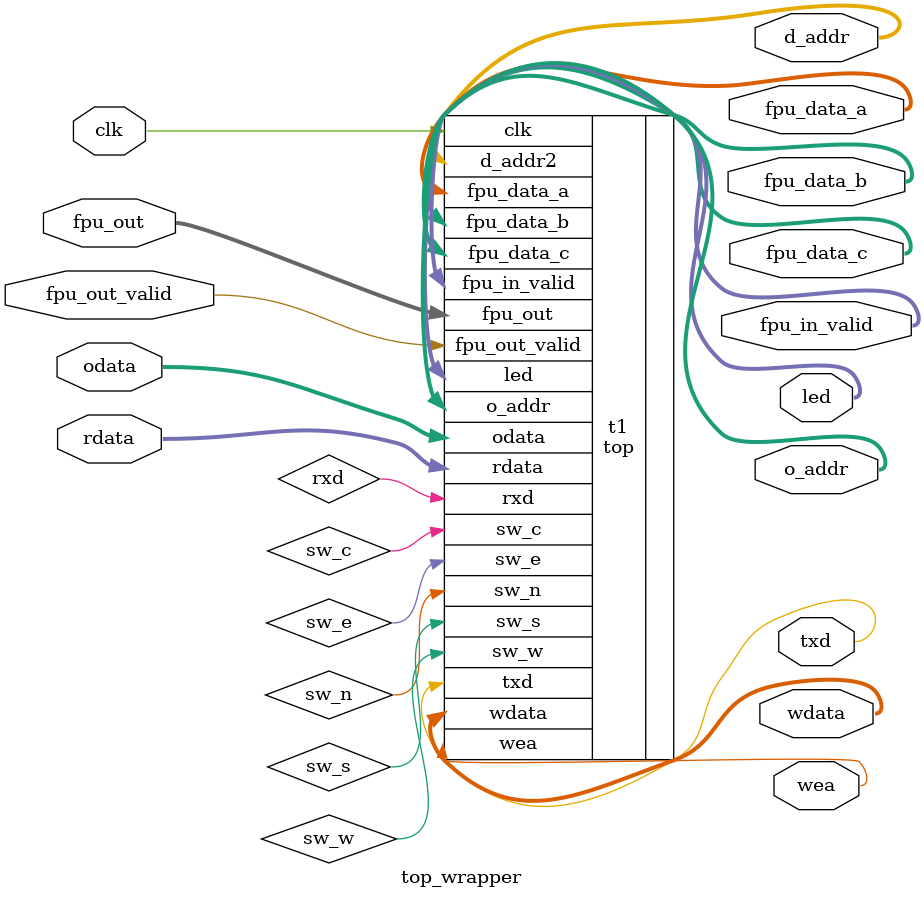
<source format=v>
module top_wrapper(
  input wire clk,
  output wire [7:0] led,
  output wire txd,
  output wire [31:0] fpu_data_a,
  output wire [31:0] fpu_data_b,
  output wire [7:0] fpu_data_c,
  input wire [31:0] fpu_out,
  output wire [9:0] fpu_in_valid,
  input wire fpu_out_valid,
  output wire [12:0] o_addr,
  output wire [18:0] d_addr,
  input wire [31:0] odata,
  input wire [31:0] rdata,
  output wire [31:0] wdata,
  output wire wea
  );

  wire rxd;
  wire sw_n;
  wire sw_e;
  wire sw_w;
  wire sw_s;
  wire sw_c;

  top t1(
    .sw_n(sw_n),
    .sw_e(sw_e),
    .sw_s(sw_s),
    .sw_w(sw_w),
    .sw_c(sw_c),
    .clk(clk),
    .led(led),
    .txd(txd),
    .fpu_data_a(fpu_data_a),
    .fpu_data_b(fpu_data_b),
    .fpu_data_c(fpu_data_c),
    .fpu_out(fpu_out),
    .fpu_in_valid(fpu_in_valid),
    .fpu_out_valid(fpu_out_valid),
    .o_addr(o_addr),
    .d_addr2(d_addr),
    .odata(odata),
    .rdata(rdata),
    .wdata(wdata),
    .wea(wea),
    .rxd(rxd)
    );

endmodule

</source>
